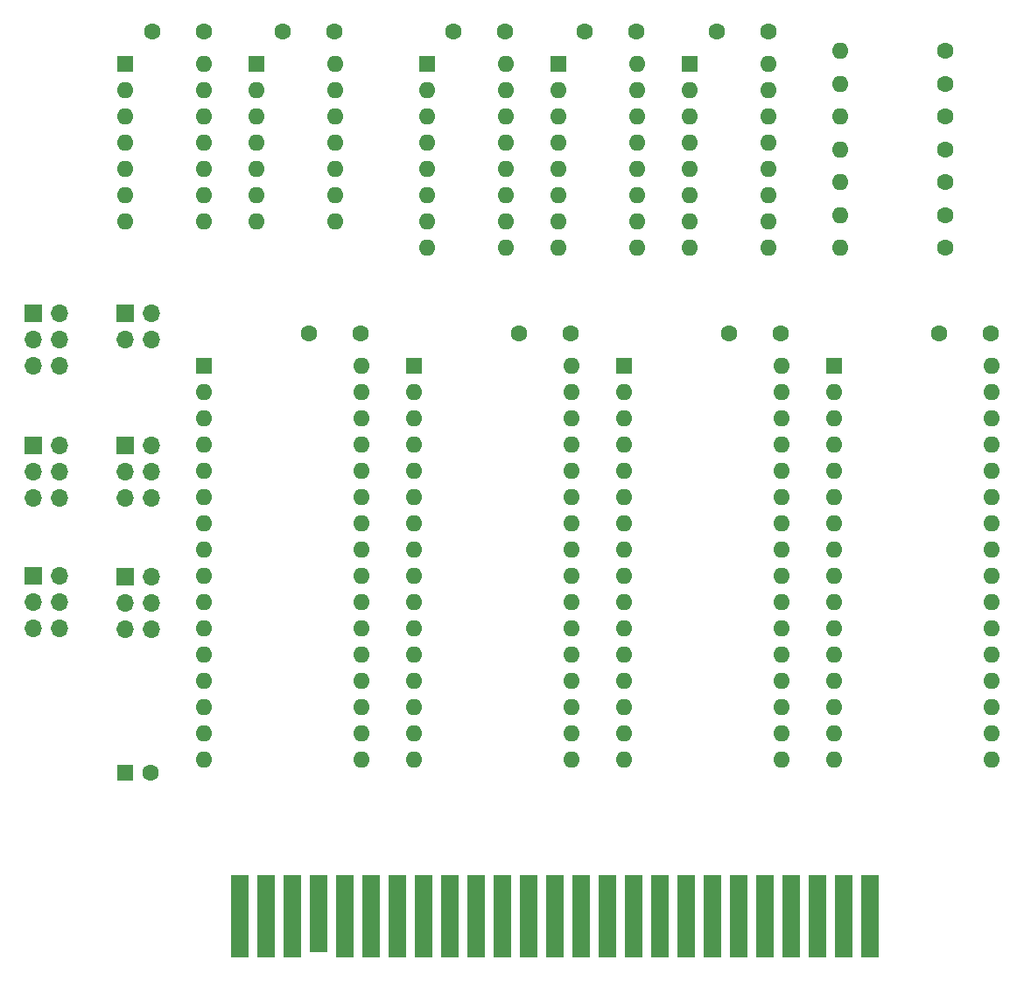
<source format=gbr>
%TF.GenerationSoftware,KiCad,Pcbnew,(7.0.0)*%
%TF.CreationDate,2023-04-19T13:17:30+09:00*%
%TF.ProjectId,project4,70726f6a-6563-4743-942e-6b696361645f,1.5*%
%TF.SameCoordinates,Original*%
%TF.FileFunction,Soldermask,Top*%
%TF.FilePolarity,Negative*%
%FSLAX46Y46*%
G04 Gerber Fmt 4.6, Leading zero omitted, Abs format (unit mm)*
G04 Created by KiCad (PCBNEW (7.0.0)) date 2023-04-19 13:17:30*
%MOMM*%
%LPD*%
G01*
G04 APERTURE LIST*
%ADD10R,1.600000X1.600000*%
%ADD11O,1.600000X1.600000*%
%ADD12R,1.700000X1.700000*%
%ADD13O,1.700000X1.700000*%
%ADD14C,1.600000*%
%ADD15R,1.700000X8.000000*%
%ADD16R,1.700000X7.500000*%
G04 APERTURE END LIST*
D10*
%TO.C,U1*%
X110489999Y-92709999D03*
D11*
X110489999Y-95249999D03*
X110489999Y-97789999D03*
X110489999Y-100329999D03*
X110489999Y-102869999D03*
X110489999Y-105409999D03*
X110489999Y-107949999D03*
X110489999Y-110489999D03*
X110489999Y-113029999D03*
X110489999Y-115569999D03*
X110489999Y-118109999D03*
X110489999Y-120649999D03*
X110489999Y-123189999D03*
X110489999Y-125729999D03*
X110489999Y-128269999D03*
X110489999Y-130809999D03*
X125729999Y-130809999D03*
X125729999Y-128269999D03*
X125729999Y-125729999D03*
X125729999Y-123189999D03*
X125729999Y-120649999D03*
X125729999Y-118109999D03*
X125729999Y-115569999D03*
X125729999Y-113029999D03*
X125729999Y-110489999D03*
X125729999Y-107949999D03*
X125729999Y-105409999D03*
X125729999Y-102869999D03*
X125729999Y-100329999D03*
X125729999Y-97789999D03*
X125729999Y-95249999D03*
X125729999Y-92709999D03*
%TD*%
D12*
%TO.C,J2*%
X93974999Y-100344999D03*
D13*
X96514999Y-100344999D03*
X93974999Y-102884999D03*
X96514999Y-102884999D03*
X93974999Y-105424999D03*
X96514999Y-105424999D03*
%TD*%
D14*
%TO.C,R5*%
X182245000Y-62230000D03*
D11*
X172084999Y-62229999D03*
%TD*%
D14*
%TO.C,R6*%
X182245000Y-74930000D03*
D11*
X172084999Y-74929999D03*
%TD*%
D14*
%TO.C,C4*%
X186610000Y-89535000D03*
X181610000Y-89535000D03*
%TD*%
D10*
%TO.C,U5*%
X132069999Y-63499999D03*
D11*
X132069999Y-66039999D03*
X132069999Y-68579999D03*
X132069999Y-71119999D03*
X132069999Y-73659999D03*
X132069999Y-76199999D03*
X132069999Y-78739999D03*
X132069999Y-81279999D03*
X139689999Y-81279999D03*
X139689999Y-78739999D03*
X139689999Y-76199999D03*
X139689999Y-73659999D03*
X139689999Y-71119999D03*
X139689999Y-68579999D03*
X139689999Y-66039999D03*
X139689999Y-63499999D03*
%TD*%
D14*
%TO.C,R1*%
X182245000Y-68580000D03*
D11*
X172084999Y-68579999D03*
%TD*%
D10*
%TO.C,U9*%
X157479999Y-63499999D03*
D11*
X157479999Y-66039999D03*
X157479999Y-68579999D03*
X157479999Y-71119999D03*
X157479999Y-73659999D03*
X157479999Y-76199999D03*
X157479999Y-78739999D03*
X157479999Y-81279999D03*
X165099999Y-81279999D03*
X165099999Y-78739999D03*
X165099999Y-76199999D03*
X165099999Y-73659999D03*
X165099999Y-71119999D03*
X165099999Y-68579999D03*
X165099999Y-66039999D03*
X165099999Y-63499999D03*
%TD*%
D14*
%TO.C,R7*%
X182245000Y-71755000D03*
D11*
X172084999Y-71754999D03*
%TD*%
D12*
%TO.C,J1*%
X93974999Y-87624999D03*
D13*
X96514999Y-87624999D03*
X93974999Y-90164999D03*
X96514999Y-90164999D03*
X93974999Y-92704999D03*
X96514999Y-92704999D03*
%TD*%
D12*
%TO.C,J5*%
X102864999Y-113044999D03*
D13*
X105404999Y-113044999D03*
X102864999Y-115584999D03*
X105404999Y-115584999D03*
X102864999Y-118124999D03*
X105404999Y-118124999D03*
%TD*%
D12*
%TO.C,J6*%
X102864999Y-87624999D03*
D13*
X105404999Y-87624999D03*
X102864999Y-90164999D03*
X105404999Y-90164999D03*
%TD*%
D14*
%TO.C,C8*%
X152360000Y-60325000D03*
X147360000Y-60325000D03*
%TD*%
%TO.C,C2*%
X145970000Y-89535000D03*
X140970000Y-89535000D03*
%TD*%
%TO.C,R3*%
X182245000Y-65405000D03*
D11*
X172084999Y-65404999D03*
%TD*%
D15*
%TO.C,CE1*%
X174909839Y-145940788D03*
X172369839Y-145940788D03*
X169829839Y-145940788D03*
X167289839Y-145940788D03*
X164749839Y-145940788D03*
X162209839Y-145940788D03*
X159669839Y-145940788D03*
X157129839Y-145940788D03*
X154589839Y-145940788D03*
X152049839Y-145940788D03*
X149509839Y-145940788D03*
X146969839Y-145940788D03*
X144429839Y-145940788D03*
X141889839Y-145940788D03*
X139349839Y-145940788D03*
X136809839Y-145940788D03*
X134269839Y-145940788D03*
X131729839Y-145940788D03*
X129189839Y-145940788D03*
X126649839Y-145940788D03*
X124109839Y-145940788D03*
D16*
X121569999Y-145691348D03*
D15*
X119029839Y-145940788D03*
X116489839Y-145940788D03*
X113949839Y-145940788D03*
%TD*%
D14*
%TO.C,C6*%
X110490000Y-60325000D03*
X105490000Y-60325000D03*
%TD*%
D10*
%TO.C,U7*%
X115579999Y-63494999D03*
D11*
X115579999Y-66034999D03*
X115579999Y-68574999D03*
X115579999Y-71114999D03*
X115579999Y-73654999D03*
X115579999Y-76194999D03*
X115579999Y-78734999D03*
X123199999Y-78734999D03*
X123199999Y-76194999D03*
X123199999Y-73654999D03*
X123199999Y-71114999D03*
X123199999Y-68574999D03*
X123199999Y-66034999D03*
X123199999Y-63494999D03*
%TD*%
D14*
%TO.C,C3*%
X166290000Y-89535000D03*
X161290000Y-89535000D03*
%TD*%
D10*
%TO.C,U2*%
X130809999Y-92709999D03*
D11*
X130809999Y-95249999D03*
X130809999Y-97789999D03*
X130809999Y-100329999D03*
X130809999Y-102869999D03*
X130809999Y-105409999D03*
X130809999Y-107949999D03*
X130809999Y-110489999D03*
X130809999Y-113029999D03*
X130809999Y-115569999D03*
X130809999Y-118109999D03*
X130809999Y-120649999D03*
X130809999Y-123189999D03*
X130809999Y-125729999D03*
X130809999Y-128269999D03*
X130809999Y-130809999D03*
X146049999Y-130809999D03*
X146049999Y-128269999D03*
X146049999Y-125729999D03*
X146049999Y-123189999D03*
X146049999Y-120649999D03*
X146049999Y-118109999D03*
X146049999Y-115569999D03*
X146049999Y-113029999D03*
X146049999Y-110489999D03*
X146049999Y-107949999D03*
X146049999Y-105409999D03*
X146049999Y-102869999D03*
X146049999Y-100329999D03*
X146049999Y-97789999D03*
X146049999Y-95249999D03*
X146049999Y-92709999D03*
%TD*%
D14*
%TO.C,R4*%
X182245000Y-78105000D03*
D11*
X172084999Y-78104999D03*
%TD*%
D10*
%TO.C,U3*%
X151129999Y-92709999D03*
D11*
X151129999Y-95249999D03*
X151129999Y-97789999D03*
X151129999Y-100329999D03*
X151129999Y-102869999D03*
X151129999Y-105409999D03*
X151129999Y-107949999D03*
X151129999Y-110489999D03*
X151129999Y-113029999D03*
X151129999Y-115569999D03*
X151129999Y-118109999D03*
X151129999Y-120649999D03*
X151129999Y-123189999D03*
X151129999Y-125729999D03*
X151129999Y-128269999D03*
X151129999Y-130809999D03*
X166369999Y-130809999D03*
X166369999Y-128269999D03*
X166369999Y-125729999D03*
X166369999Y-123189999D03*
X166369999Y-120649999D03*
X166369999Y-118109999D03*
X166369999Y-115569999D03*
X166369999Y-113029999D03*
X166369999Y-110489999D03*
X166369999Y-107949999D03*
X166369999Y-105409999D03*
X166369999Y-102869999D03*
X166369999Y-100329999D03*
X166369999Y-97789999D03*
X166369999Y-95249999D03*
X166369999Y-92709999D03*
%TD*%
D10*
%TO.C,U6*%
X102869999Y-63499999D03*
D11*
X102869999Y-66039999D03*
X102869999Y-68579999D03*
X102869999Y-71119999D03*
X102869999Y-73659999D03*
X102869999Y-76199999D03*
X102869999Y-78739999D03*
X110489999Y-78739999D03*
X110489999Y-76199999D03*
X110489999Y-73659999D03*
X110489999Y-71119999D03*
X110489999Y-68579999D03*
X110489999Y-66039999D03*
X110489999Y-63499999D03*
%TD*%
D12*
%TO.C,J3*%
X102864999Y-100344999D03*
D13*
X105404999Y-100344999D03*
X102864999Y-102884999D03*
X105404999Y-102884999D03*
X102864999Y-105424999D03*
X105404999Y-105424999D03*
%TD*%
D10*
%TO.C,U8*%
X144779999Y-63499999D03*
D11*
X144779999Y-66039999D03*
X144779999Y-68579999D03*
X144779999Y-71119999D03*
X144779999Y-73659999D03*
X144779999Y-76199999D03*
X144779999Y-78739999D03*
X144779999Y-81279999D03*
X152399999Y-81279999D03*
X152399999Y-78739999D03*
X152399999Y-76199999D03*
X152399999Y-73659999D03*
X152399999Y-71119999D03*
X152399999Y-68579999D03*
X152399999Y-66039999D03*
X152399999Y-63499999D03*
%TD*%
D14*
%TO.C,C9*%
X165100000Y-60325000D03*
X160100000Y-60325000D03*
%TD*%
%TO.C,C1*%
X125650000Y-89535000D03*
X120650000Y-89535000D03*
%TD*%
%TO.C,R2*%
X182245000Y-81280000D03*
D11*
X172084999Y-81279999D03*
%TD*%
D12*
%TO.C,J4*%
X93974999Y-113029999D03*
D13*
X96514999Y-113029999D03*
X93974999Y-115569999D03*
X96514999Y-115569999D03*
X93974999Y-118109999D03*
X96514999Y-118109999D03*
%TD*%
D14*
%TO.C,C5*%
X139660000Y-60325000D03*
X134660000Y-60325000D03*
%TD*%
D10*
%TO.C,U4*%
X171449999Y-92709999D03*
D11*
X171449999Y-95249999D03*
X171449999Y-97789999D03*
X171449999Y-100329999D03*
X171449999Y-102869999D03*
X171449999Y-105409999D03*
X171449999Y-107949999D03*
X171449999Y-110489999D03*
X171449999Y-113029999D03*
X171449999Y-115569999D03*
X171449999Y-118109999D03*
X171449999Y-120649999D03*
X171449999Y-123189999D03*
X171449999Y-125729999D03*
X171449999Y-128269999D03*
X171449999Y-130809999D03*
X186689999Y-130809999D03*
X186689999Y-128269999D03*
X186689999Y-125729999D03*
X186689999Y-123189999D03*
X186689999Y-120649999D03*
X186689999Y-118109999D03*
X186689999Y-115569999D03*
X186689999Y-113029999D03*
X186689999Y-110489999D03*
X186689999Y-107949999D03*
X186689999Y-105409999D03*
X186689999Y-102869999D03*
X186689999Y-100329999D03*
X186689999Y-97789999D03*
X186689999Y-95249999D03*
X186689999Y-92709999D03*
%TD*%
D14*
%TO.C,C7*%
X123150000Y-60325000D03*
X118150000Y-60325000D03*
%TD*%
D10*
%TO.C,C10*%
X102869999Y-132079999D03*
D14*
X105370000Y-132080000D03*
%TD*%
M02*

</source>
